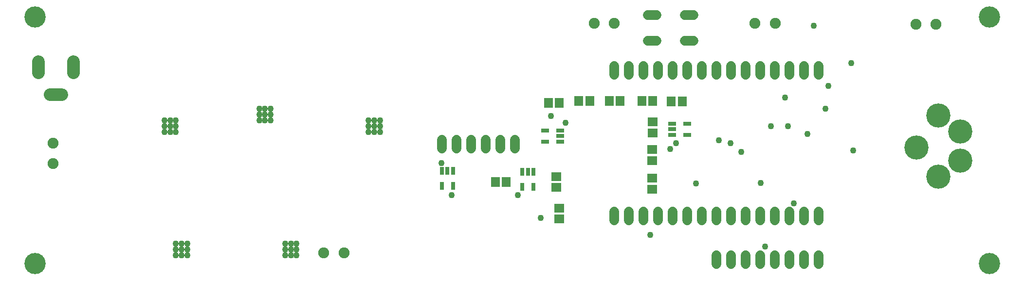
<source format=gbr>
G04 EAGLE Gerber RS-274X export*
G75*
%MOMM*%
%FSLAX34Y34*%
%LPD*%
%INSoldermask Bottom*%
%IPPOS*%
%AMOC8*
5,1,8,0,0,1.08239X$1,22.5*%
G01*
%ADD10C,3.703200*%
%ADD11R,1.703200X1.503200*%
%ADD12R,1.503200X1.703200*%
%ADD13C,1.727200*%
%ADD14R,1.403200X0.753200*%
%ADD15C,2.203200*%
%ADD16R,0.753200X1.403200*%
%ADD17C,4.219200*%
%ADD18C,1.703200*%
%ADD19C,1.903200*%
%ADD20C,1.103200*%


D10*
X1690000Y460000D03*
X1690000Y30000D03*
X30000Y30000D03*
X30000Y460000D03*
D11*
X1103200Y178950D03*
X1103200Y159950D03*
X1103200Y229100D03*
X1103200Y210100D03*
D12*
X1136900Y313200D03*
X1155900Y313200D03*
D13*
X738150Y246094D02*
X738150Y230854D01*
X763550Y230854D02*
X763550Y246094D01*
X788950Y246094D02*
X788950Y230854D01*
X814350Y230854D02*
X814350Y246094D01*
X839750Y246094D02*
X839750Y230854D01*
X865150Y230854D02*
X865150Y246094D01*
D14*
X1138390Y254940D03*
X1138390Y264440D03*
X1138390Y273940D03*
X1164390Y273940D03*
X1164390Y254940D03*
D15*
X97300Y362900D02*
X97300Y382900D01*
X36300Y382900D02*
X36300Y362900D01*
X56300Y324900D02*
X76300Y324900D01*
D12*
X1085600Y314300D03*
X1104600Y314300D03*
X1029100Y314300D03*
X1048100Y314300D03*
D11*
X1104300Y277400D03*
X1104300Y258400D03*
D12*
X976100Y314300D03*
X995100Y314300D03*
D16*
X877900Y190400D03*
X887400Y190400D03*
X896900Y190400D03*
X896900Y164400D03*
X877900Y164400D03*
X737900Y192000D03*
X747400Y192000D03*
X756900Y192000D03*
X756900Y166000D03*
X737900Y166000D03*
D14*
X943600Y262100D03*
X943600Y252600D03*
X943600Y243100D03*
X917600Y243100D03*
X917600Y262100D03*
D11*
X936800Y182100D03*
X936800Y163100D03*
D12*
X849670Y172860D03*
X830670Y172860D03*
D11*
X941600Y107900D03*
X941600Y126900D03*
D12*
X942100Y310800D03*
X923100Y310800D03*
D17*
X1563600Y232460D03*
X1601400Y182110D03*
X1601400Y288810D03*
X1639400Y210060D03*
X1639400Y260860D03*
D13*
X1393056Y44480D02*
X1393056Y29240D01*
X1367656Y29240D02*
X1367656Y44480D01*
X1342256Y44480D02*
X1342256Y29240D01*
X1316856Y29240D02*
X1316856Y44480D01*
X1291456Y44480D02*
X1291456Y29240D01*
X1266056Y29240D02*
X1266056Y44480D01*
X1240656Y44480D02*
X1240656Y29240D01*
X1215256Y29240D02*
X1215256Y44480D01*
D18*
X1037600Y105500D02*
X1037600Y120500D01*
X1063000Y120500D02*
X1063000Y105500D01*
X1088400Y105500D02*
X1088400Y120500D01*
X1113800Y120500D02*
X1113800Y105500D01*
X1139200Y105500D02*
X1139200Y120500D01*
X1164600Y120500D02*
X1164600Y105500D01*
X1190000Y105500D02*
X1190000Y120500D01*
X1215400Y120500D02*
X1215400Y105500D01*
X1240800Y105500D02*
X1240800Y120500D01*
X1266200Y120500D02*
X1266200Y105500D01*
X1291600Y105500D02*
X1291600Y120500D01*
X1317000Y120500D02*
X1317000Y105500D01*
X1342400Y105500D02*
X1342400Y120500D01*
X1367800Y120500D02*
X1367800Y105500D01*
X1393200Y105500D02*
X1393200Y120500D01*
X1037600Y359500D02*
X1037600Y374500D01*
X1063000Y374500D02*
X1063000Y359500D01*
X1088400Y359500D02*
X1088400Y374500D01*
X1113800Y374500D02*
X1113800Y359500D01*
X1139200Y359500D02*
X1139200Y374500D01*
X1164600Y374500D02*
X1164600Y359500D01*
X1190000Y359500D02*
X1190000Y374500D01*
X1215400Y374500D02*
X1215400Y359500D01*
X1240800Y359500D02*
X1240800Y374500D01*
X1266200Y374500D02*
X1266200Y359500D01*
X1291600Y359500D02*
X1291600Y374500D01*
X1317000Y374500D02*
X1317000Y359500D01*
X1342400Y359500D02*
X1342400Y374500D01*
X1367800Y374500D02*
X1367800Y359500D01*
X1393200Y359500D02*
X1393200Y374500D01*
D19*
X532500Y49000D03*
X567500Y49000D03*
X1282500Y449000D03*
X1317500Y449000D03*
D13*
X1110948Y464186D02*
X1095708Y464186D01*
X1095708Y418974D02*
X1110948Y418974D01*
X1160732Y464186D02*
X1175972Y464186D01*
X1175972Y418974D02*
X1160732Y418974D01*
D19*
X1002500Y449000D03*
X1037500Y449000D03*
X61602Y205078D03*
X61602Y240078D03*
X1562510Y447950D03*
X1597510Y447950D03*
D20*
X952754Y276098D03*
X927608Y287274D03*
X275000Y260000D03*
X275000Y270000D03*
X265000Y270000D03*
X255000Y270000D03*
X255000Y260000D03*
X265000Y260000D03*
X255000Y280000D03*
X265000Y280000D03*
X275000Y280000D03*
X440000Y280000D03*
X440000Y290000D03*
X430000Y290000D03*
X420000Y290000D03*
X420000Y280000D03*
X430000Y280000D03*
X420000Y300000D03*
X430000Y300000D03*
X440000Y300000D03*
X295000Y45000D03*
X295000Y55000D03*
X285000Y55000D03*
X275000Y55000D03*
X275000Y45000D03*
X285000Y45000D03*
X275000Y65000D03*
X285000Y65000D03*
X295000Y65000D03*
X630000Y260000D03*
X630000Y270000D03*
X620000Y270000D03*
X610000Y270000D03*
X610000Y260000D03*
X620000Y260000D03*
X610000Y280000D03*
X620000Y280000D03*
X630000Y280000D03*
X485000Y45000D03*
X485000Y55000D03*
X475000Y55000D03*
X465000Y55000D03*
X465000Y45000D03*
X475000Y45000D03*
X465000Y65000D03*
X475000Y65000D03*
X485000Y65000D03*
X910000Y110000D03*
X737108Y205740D03*
X1453642Y227330D03*
X1373378Y256286D03*
X1300000Y60000D03*
X1100000Y80000D03*
X755000Y150000D03*
X870000Y150000D03*
X1145000Y240000D03*
X1180000Y170000D03*
X1405000Y300000D03*
X1335000Y320000D03*
X1350000Y135000D03*
X1292500Y171250D03*
X1258750Y225000D03*
X1220000Y245000D03*
X1240000Y240000D03*
X1310000Y270000D03*
X1340000Y270000D03*
X1410000Y340000D03*
X1135000Y230000D03*
X1385000Y445000D03*
X1450000Y380000D03*
M02*

</source>
